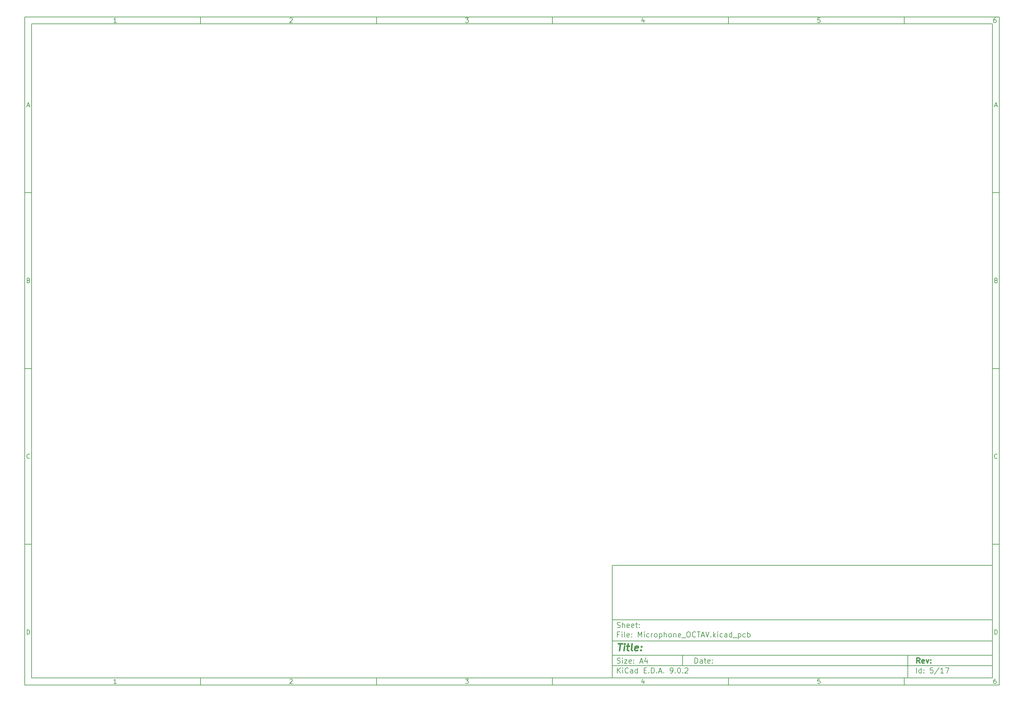
<source format=gbr>
%TF.GenerationSoftware,KiCad,Pcbnew,9.0.2*%
%TF.CreationDate,2025-08-29T05:40:04+02:00*%
%TF.ProjectId,Microphone_OCTAV,4d696372-6f70-4686-9f6e-655f4f435441,rev?*%
%TF.SameCoordinates,Original*%
%TF.FileFunction,Glue,Top*%
%TF.FilePolarity,Positive*%
%FSLAX46Y46*%
G04 Gerber Fmt 4.6, Leading zero omitted, Abs format (unit mm)*
G04 Created by KiCad (PCBNEW 9.0.2) date 2025-08-29 05:40:04*
%MOMM*%
%LPD*%
G01*
G04 APERTURE LIST*
%ADD10C,0.100000*%
%ADD11C,0.150000*%
%ADD12C,0.300000*%
%ADD13C,0.400000*%
G04 APERTURE END LIST*
D10*
D11*
X177002200Y-166007200D02*
X285002200Y-166007200D01*
X285002200Y-198007200D01*
X177002200Y-198007200D01*
X177002200Y-166007200D01*
D10*
D11*
X10000000Y-10000000D02*
X287002200Y-10000000D01*
X287002200Y-200007200D01*
X10000000Y-200007200D01*
X10000000Y-10000000D01*
D10*
D11*
X12000000Y-12000000D02*
X285002200Y-12000000D01*
X285002200Y-198007200D01*
X12000000Y-198007200D01*
X12000000Y-12000000D01*
D10*
D11*
X60000000Y-12000000D02*
X60000000Y-10000000D01*
D10*
D11*
X110000000Y-12000000D02*
X110000000Y-10000000D01*
D10*
D11*
X160000000Y-12000000D02*
X160000000Y-10000000D01*
D10*
D11*
X210000000Y-12000000D02*
X210000000Y-10000000D01*
D10*
D11*
X260000000Y-12000000D02*
X260000000Y-10000000D01*
D10*
D11*
X36089160Y-11593604D02*
X35346303Y-11593604D01*
X35717731Y-11593604D02*
X35717731Y-10293604D01*
X35717731Y-10293604D02*
X35593922Y-10479319D01*
X35593922Y-10479319D02*
X35470112Y-10603128D01*
X35470112Y-10603128D02*
X35346303Y-10665033D01*
D10*
D11*
X85346303Y-10417414D02*
X85408207Y-10355509D01*
X85408207Y-10355509D02*
X85532017Y-10293604D01*
X85532017Y-10293604D02*
X85841541Y-10293604D01*
X85841541Y-10293604D02*
X85965350Y-10355509D01*
X85965350Y-10355509D02*
X86027255Y-10417414D01*
X86027255Y-10417414D02*
X86089160Y-10541223D01*
X86089160Y-10541223D02*
X86089160Y-10665033D01*
X86089160Y-10665033D02*
X86027255Y-10850747D01*
X86027255Y-10850747D02*
X85284398Y-11593604D01*
X85284398Y-11593604D02*
X86089160Y-11593604D01*
D10*
D11*
X135284398Y-10293604D02*
X136089160Y-10293604D01*
X136089160Y-10293604D02*
X135655826Y-10788842D01*
X135655826Y-10788842D02*
X135841541Y-10788842D01*
X135841541Y-10788842D02*
X135965350Y-10850747D01*
X135965350Y-10850747D02*
X136027255Y-10912652D01*
X136027255Y-10912652D02*
X136089160Y-11036461D01*
X136089160Y-11036461D02*
X136089160Y-11345985D01*
X136089160Y-11345985D02*
X136027255Y-11469795D01*
X136027255Y-11469795D02*
X135965350Y-11531700D01*
X135965350Y-11531700D02*
X135841541Y-11593604D01*
X135841541Y-11593604D02*
X135470112Y-11593604D01*
X135470112Y-11593604D02*
X135346303Y-11531700D01*
X135346303Y-11531700D02*
X135284398Y-11469795D01*
D10*
D11*
X185965350Y-10726938D02*
X185965350Y-11593604D01*
X185655826Y-10231700D02*
X185346303Y-11160271D01*
X185346303Y-11160271D02*
X186151064Y-11160271D01*
D10*
D11*
X236027255Y-10293604D02*
X235408207Y-10293604D01*
X235408207Y-10293604D02*
X235346303Y-10912652D01*
X235346303Y-10912652D02*
X235408207Y-10850747D01*
X235408207Y-10850747D02*
X235532017Y-10788842D01*
X235532017Y-10788842D02*
X235841541Y-10788842D01*
X235841541Y-10788842D02*
X235965350Y-10850747D01*
X235965350Y-10850747D02*
X236027255Y-10912652D01*
X236027255Y-10912652D02*
X236089160Y-11036461D01*
X236089160Y-11036461D02*
X236089160Y-11345985D01*
X236089160Y-11345985D02*
X236027255Y-11469795D01*
X236027255Y-11469795D02*
X235965350Y-11531700D01*
X235965350Y-11531700D02*
X235841541Y-11593604D01*
X235841541Y-11593604D02*
X235532017Y-11593604D01*
X235532017Y-11593604D02*
X235408207Y-11531700D01*
X235408207Y-11531700D02*
X235346303Y-11469795D01*
D10*
D11*
X285965350Y-10293604D02*
X285717731Y-10293604D01*
X285717731Y-10293604D02*
X285593922Y-10355509D01*
X285593922Y-10355509D02*
X285532017Y-10417414D01*
X285532017Y-10417414D02*
X285408207Y-10603128D01*
X285408207Y-10603128D02*
X285346303Y-10850747D01*
X285346303Y-10850747D02*
X285346303Y-11345985D01*
X285346303Y-11345985D02*
X285408207Y-11469795D01*
X285408207Y-11469795D02*
X285470112Y-11531700D01*
X285470112Y-11531700D02*
X285593922Y-11593604D01*
X285593922Y-11593604D02*
X285841541Y-11593604D01*
X285841541Y-11593604D02*
X285965350Y-11531700D01*
X285965350Y-11531700D02*
X286027255Y-11469795D01*
X286027255Y-11469795D02*
X286089160Y-11345985D01*
X286089160Y-11345985D02*
X286089160Y-11036461D01*
X286089160Y-11036461D02*
X286027255Y-10912652D01*
X286027255Y-10912652D02*
X285965350Y-10850747D01*
X285965350Y-10850747D02*
X285841541Y-10788842D01*
X285841541Y-10788842D02*
X285593922Y-10788842D01*
X285593922Y-10788842D02*
X285470112Y-10850747D01*
X285470112Y-10850747D02*
X285408207Y-10912652D01*
X285408207Y-10912652D02*
X285346303Y-11036461D01*
D10*
D11*
X60000000Y-198007200D02*
X60000000Y-200007200D01*
D10*
D11*
X110000000Y-198007200D02*
X110000000Y-200007200D01*
D10*
D11*
X160000000Y-198007200D02*
X160000000Y-200007200D01*
D10*
D11*
X210000000Y-198007200D02*
X210000000Y-200007200D01*
D10*
D11*
X260000000Y-198007200D02*
X260000000Y-200007200D01*
D10*
D11*
X36089160Y-199600804D02*
X35346303Y-199600804D01*
X35717731Y-199600804D02*
X35717731Y-198300804D01*
X35717731Y-198300804D02*
X35593922Y-198486519D01*
X35593922Y-198486519D02*
X35470112Y-198610328D01*
X35470112Y-198610328D02*
X35346303Y-198672233D01*
D10*
D11*
X85346303Y-198424614D02*
X85408207Y-198362709D01*
X85408207Y-198362709D02*
X85532017Y-198300804D01*
X85532017Y-198300804D02*
X85841541Y-198300804D01*
X85841541Y-198300804D02*
X85965350Y-198362709D01*
X85965350Y-198362709D02*
X86027255Y-198424614D01*
X86027255Y-198424614D02*
X86089160Y-198548423D01*
X86089160Y-198548423D02*
X86089160Y-198672233D01*
X86089160Y-198672233D02*
X86027255Y-198857947D01*
X86027255Y-198857947D02*
X85284398Y-199600804D01*
X85284398Y-199600804D02*
X86089160Y-199600804D01*
D10*
D11*
X135284398Y-198300804D02*
X136089160Y-198300804D01*
X136089160Y-198300804D02*
X135655826Y-198796042D01*
X135655826Y-198796042D02*
X135841541Y-198796042D01*
X135841541Y-198796042D02*
X135965350Y-198857947D01*
X135965350Y-198857947D02*
X136027255Y-198919852D01*
X136027255Y-198919852D02*
X136089160Y-199043661D01*
X136089160Y-199043661D02*
X136089160Y-199353185D01*
X136089160Y-199353185D02*
X136027255Y-199476995D01*
X136027255Y-199476995D02*
X135965350Y-199538900D01*
X135965350Y-199538900D02*
X135841541Y-199600804D01*
X135841541Y-199600804D02*
X135470112Y-199600804D01*
X135470112Y-199600804D02*
X135346303Y-199538900D01*
X135346303Y-199538900D02*
X135284398Y-199476995D01*
D10*
D11*
X185965350Y-198734138D02*
X185965350Y-199600804D01*
X185655826Y-198238900D02*
X185346303Y-199167471D01*
X185346303Y-199167471D02*
X186151064Y-199167471D01*
D10*
D11*
X236027255Y-198300804D02*
X235408207Y-198300804D01*
X235408207Y-198300804D02*
X235346303Y-198919852D01*
X235346303Y-198919852D02*
X235408207Y-198857947D01*
X235408207Y-198857947D02*
X235532017Y-198796042D01*
X235532017Y-198796042D02*
X235841541Y-198796042D01*
X235841541Y-198796042D02*
X235965350Y-198857947D01*
X235965350Y-198857947D02*
X236027255Y-198919852D01*
X236027255Y-198919852D02*
X236089160Y-199043661D01*
X236089160Y-199043661D02*
X236089160Y-199353185D01*
X236089160Y-199353185D02*
X236027255Y-199476995D01*
X236027255Y-199476995D02*
X235965350Y-199538900D01*
X235965350Y-199538900D02*
X235841541Y-199600804D01*
X235841541Y-199600804D02*
X235532017Y-199600804D01*
X235532017Y-199600804D02*
X235408207Y-199538900D01*
X235408207Y-199538900D02*
X235346303Y-199476995D01*
D10*
D11*
X285965350Y-198300804D02*
X285717731Y-198300804D01*
X285717731Y-198300804D02*
X285593922Y-198362709D01*
X285593922Y-198362709D02*
X285532017Y-198424614D01*
X285532017Y-198424614D02*
X285408207Y-198610328D01*
X285408207Y-198610328D02*
X285346303Y-198857947D01*
X285346303Y-198857947D02*
X285346303Y-199353185D01*
X285346303Y-199353185D02*
X285408207Y-199476995D01*
X285408207Y-199476995D02*
X285470112Y-199538900D01*
X285470112Y-199538900D02*
X285593922Y-199600804D01*
X285593922Y-199600804D02*
X285841541Y-199600804D01*
X285841541Y-199600804D02*
X285965350Y-199538900D01*
X285965350Y-199538900D02*
X286027255Y-199476995D01*
X286027255Y-199476995D02*
X286089160Y-199353185D01*
X286089160Y-199353185D02*
X286089160Y-199043661D01*
X286089160Y-199043661D02*
X286027255Y-198919852D01*
X286027255Y-198919852D02*
X285965350Y-198857947D01*
X285965350Y-198857947D02*
X285841541Y-198796042D01*
X285841541Y-198796042D02*
X285593922Y-198796042D01*
X285593922Y-198796042D02*
X285470112Y-198857947D01*
X285470112Y-198857947D02*
X285408207Y-198919852D01*
X285408207Y-198919852D02*
X285346303Y-199043661D01*
D10*
D11*
X10000000Y-60000000D02*
X12000000Y-60000000D01*
D10*
D11*
X10000000Y-110000000D02*
X12000000Y-110000000D01*
D10*
D11*
X10000000Y-160000000D02*
X12000000Y-160000000D01*
D10*
D11*
X10690476Y-35222176D02*
X11309523Y-35222176D01*
X10566666Y-35593604D02*
X10999999Y-34293604D01*
X10999999Y-34293604D02*
X11433333Y-35593604D01*
D10*
D11*
X11092857Y-84912652D02*
X11278571Y-84974557D01*
X11278571Y-84974557D02*
X11340476Y-85036461D01*
X11340476Y-85036461D02*
X11402380Y-85160271D01*
X11402380Y-85160271D02*
X11402380Y-85345985D01*
X11402380Y-85345985D02*
X11340476Y-85469795D01*
X11340476Y-85469795D02*
X11278571Y-85531700D01*
X11278571Y-85531700D02*
X11154761Y-85593604D01*
X11154761Y-85593604D02*
X10659523Y-85593604D01*
X10659523Y-85593604D02*
X10659523Y-84293604D01*
X10659523Y-84293604D02*
X11092857Y-84293604D01*
X11092857Y-84293604D02*
X11216666Y-84355509D01*
X11216666Y-84355509D02*
X11278571Y-84417414D01*
X11278571Y-84417414D02*
X11340476Y-84541223D01*
X11340476Y-84541223D02*
X11340476Y-84665033D01*
X11340476Y-84665033D02*
X11278571Y-84788842D01*
X11278571Y-84788842D02*
X11216666Y-84850747D01*
X11216666Y-84850747D02*
X11092857Y-84912652D01*
X11092857Y-84912652D02*
X10659523Y-84912652D01*
D10*
D11*
X11402380Y-135469795D02*
X11340476Y-135531700D01*
X11340476Y-135531700D02*
X11154761Y-135593604D01*
X11154761Y-135593604D02*
X11030952Y-135593604D01*
X11030952Y-135593604D02*
X10845238Y-135531700D01*
X10845238Y-135531700D02*
X10721428Y-135407890D01*
X10721428Y-135407890D02*
X10659523Y-135284080D01*
X10659523Y-135284080D02*
X10597619Y-135036461D01*
X10597619Y-135036461D02*
X10597619Y-134850747D01*
X10597619Y-134850747D02*
X10659523Y-134603128D01*
X10659523Y-134603128D02*
X10721428Y-134479319D01*
X10721428Y-134479319D02*
X10845238Y-134355509D01*
X10845238Y-134355509D02*
X11030952Y-134293604D01*
X11030952Y-134293604D02*
X11154761Y-134293604D01*
X11154761Y-134293604D02*
X11340476Y-134355509D01*
X11340476Y-134355509D02*
X11402380Y-134417414D01*
D10*
D11*
X10659523Y-185593604D02*
X10659523Y-184293604D01*
X10659523Y-184293604D02*
X10969047Y-184293604D01*
X10969047Y-184293604D02*
X11154761Y-184355509D01*
X11154761Y-184355509D02*
X11278571Y-184479319D01*
X11278571Y-184479319D02*
X11340476Y-184603128D01*
X11340476Y-184603128D02*
X11402380Y-184850747D01*
X11402380Y-184850747D02*
X11402380Y-185036461D01*
X11402380Y-185036461D02*
X11340476Y-185284080D01*
X11340476Y-185284080D02*
X11278571Y-185407890D01*
X11278571Y-185407890D02*
X11154761Y-185531700D01*
X11154761Y-185531700D02*
X10969047Y-185593604D01*
X10969047Y-185593604D02*
X10659523Y-185593604D01*
D10*
D11*
X287002200Y-60000000D02*
X285002200Y-60000000D01*
D10*
D11*
X287002200Y-110000000D02*
X285002200Y-110000000D01*
D10*
D11*
X287002200Y-160000000D02*
X285002200Y-160000000D01*
D10*
D11*
X285692676Y-35222176D02*
X286311723Y-35222176D01*
X285568866Y-35593604D02*
X286002199Y-34293604D01*
X286002199Y-34293604D02*
X286435533Y-35593604D01*
D10*
D11*
X286095057Y-84912652D02*
X286280771Y-84974557D01*
X286280771Y-84974557D02*
X286342676Y-85036461D01*
X286342676Y-85036461D02*
X286404580Y-85160271D01*
X286404580Y-85160271D02*
X286404580Y-85345985D01*
X286404580Y-85345985D02*
X286342676Y-85469795D01*
X286342676Y-85469795D02*
X286280771Y-85531700D01*
X286280771Y-85531700D02*
X286156961Y-85593604D01*
X286156961Y-85593604D02*
X285661723Y-85593604D01*
X285661723Y-85593604D02*
X285661723Y-84293604D01*
X285661723Y-84293604D02*
X286095057Y-84293604D01*
X286095057Y-84293604D02*
X286218866Y-84355509D01*
X286218866Y-84355509D02*
X286280771Y-84417414D01*
X286280771Y-84417414D02*
X286342676Y-84541223D01*
X286342676Y-84541223D02*
X286342676Y-84665033D01*
X286342676Y-84665033D02*
X286280771Y-84788842D01*
X286280771Y-84788842D02*
X286218866Y-84850747D01*
X286218866Y-84850747D02*
X286095057Y-84912652D01*
X286095057Y-84912652D02*
X285661723Y-84912652D01*
D10*
D11*
X286404580Y-135469795D02*
X286342676Y-135531700D01*
X286342676Y-135531700D02*
X286156961Y-135593604D01*
X286156961Y-135593604D02*
X286033152Y-135593604D01*
X286033152Y-135593604D02*
X285847438Y-135531700D01*
X285847438Y-135531700D02*
X285723628Y-135407890D01*
X285723628Y-135407890D02*
X285661723Y-135284080D01*
X285661723Y-135284080D02*
X285599819Y-135036461D01*
X285599819Y-135036461D02*
X285599819Y-134850747D01*
X285599819Y-134850747D02*
X285661723Y-134603128D01*
X285661723Y-134603128D02*
X285723628Y-134479319D01*
X285723628Y-134479319D02*
X285847438Y-134355509D01*
X285847438Y-134355509D02*
X286033152Y-134293604D01*
X286033152Y-134293604D02*
X286156961Y-134293604D01*
X286156961Y-134293604D02*
X286342676Y-134355509D01*
X286342676Y-134355509D02*
X286404580Y-134417414D01*
D10*
D11*
X285661723Y-185593604D02*
X285661723Y-184293604D01*
X285661723Y-184293604D02*
X285971247Y-184293604D01*
X285971247Y-184293604D02*
X286156961Y-184355509D01*
X286156961Y-184355509D02*
X286280771Y-184479319D01*
X286280771Y-184479319D02*
X286342676Y-184603128D01*
X286342676Y-184603128D02*
X286404580Y-184850747D01*
X286404580Y-184850747D02*
X286404580Y-185036461D01*
X286404580Y-185036461D02*
X286342676Y-185284080D01*
X286342676Y-185284080D02*
X286280771Y-185407890D01*
X286280771Y-185407890D02*
X286156961Y-185531700D01*
X286156961Y-185531700D02*
X285971247Y-185593604D01*
X285971247Y-185593604D02*
X285661723Y-185593604D01*
D10*
D11*
X200458026Y-193793328D02*
X200458026Y-192293328D01*
X200458026Y-192293328D02*
X200815169Y-192293328D01*
X200815169Y-192293328D02*
X201029455Y-192364757D01*
X201029455Y-192364757D02*
X201172312Y-192507614D01*
X201172312Y-192507614D02*
X201243741Y-192650471D01*
X201243741Y-192650471D02*
X201315169Y-192936185D01*
X201315169Y-192936185D02*
X201315169Y-193150471D01*
X201315169Y-193150471D02*
X201243741Y-193436185D01*
X201243741Y-193436185D02*
X201172312Y-193579042D01*
X201172312Y-193579042D02*
X201029455Y-193721900D01*
X201029455Y-193721900D02*
X200815169Y-193793328D01*
X200815169Y-193793328D02*
X200458026Y-193793328D01*
X202600884Y-193793328D02*
X202600884Y-193007614D01*
X202600884Y-193007614D02*
X202529455Y-192864757D01*
X202529455Y-192864757D02*
X202386598Y-192793328D01*
X202386598Y-192793328D02*
X202100884Y-192793328D01*
X202100884Y-192793328D02*
X201958026Y-192864757D01*
X202600884Y-193721900D02*
X202458026Y-193793328D01*
X202458026Y-193793328D02*
X202100884Y-193793328D01*
X202100884Y-193793328D02*
X201958026Y-193721900D01*
X201958026Y-193721900D02*
X201886598Y-193579042D01*
X201886598Y-193579042D02*
X201886598Y-193436185D01*
X201886598Y-193436185D02*
X201958026Y-193293328D01*
X201958026Y-193293328D02*
X202100884Y-193221900D01*
X202100884Y-193221900D02*
X202458026Y-193221900D01*
X202458026Y-193221900D02*
X202600884Y-193150471D01*
X203100884Y-192793328D02*
X203672312Y-192793328D01*
X203315169Y-192293328D02*
X203315169Y-193579042D01*
X203315169Y-193579042D02*
X203386598Y-193721900D01*
X203386598Y-193721900D02*
X203529455Y-193793328D01*
X203529455Y-193793328D02*
X203672312Y-193793328D01*
X204743741Y-193721900D02*
X204600884Y-193793328D01*
X204600884Y-193793328D02*
X204315170Y-193793328D01*
X204315170Y-193793328D02*
X204172312Y-193721900D01*
X204172312Y-193721900D02*
X204100884Y-193579042D01*
X204100884Y-193579042D02*
X204100884Y-193007614D01*
X204100884Y-193007614D02*
X204172312Y-192864757D01*
X204172312Y-192864757D02*
X204315170Y-192793328D01*
X204315170Y-192793328D02*
X204600884Y-192793328D01*
X204600884Y-192793328D02*
X204743741Y-192864757D01*
X204743741Y-192864757D02*
X204815170Y-193007614D01*
X204815170Y-193007614D02*
X204815170Y-193150471D01*
X204815170Y-193150471D02*
X204100884Y-193293328D01*
X205458026Y-193650471D02*
X205529455Y-193721900D01*
X205529455Y-193721900D02*
X205458026Y-193793328D01*
X205458026Y-193793328D02*
X205386598Y-193721900D01*
X205386598Y-193721900D02*
X205458026Y-193650471D01*
X205458026Y-193650471D02*
X205458026Y-193793328D01*
X205458026Y-192864757D02*
X205529455Y-192936185D01*
X205529455Y-192936185D02*
X205458026Y-193007614D01*
X205458026Y-193007614D02*
X205386598Y-192936185D01*
X205386598Y-192936185D02*
X205458026Y-192864757D01*
X205458026Y-192864757D02*
X205458026Y-193007614D01*
D10*
D11*
X177002200Y-194507200D02*
X285002200Y-194507200D01*
D10*
D11*
X178458026Y-196593328D02*
X178458026Y-195093328D01*
X179315169Y-196593328D02*
X178672312Y-195736185D01*
X179315169Y-195093328D02*
X178458026Y-195950471D01*
X179958026Y-196593328D02*
X179958026Y-195593328D01*
X179958026Y-195093328D02*
X179886598Y-195164757D01*
X179886598Y-195164757D02*
X179958026Y-195236185D01*
X179958026Y-195236185D02*
X180029455Y-195164757D01*
X180029455Y-195164757D02*
X179958026Y-195093328D01*
X179958026Y-195093328D02*
X179958026Y-195236185D01*
X181529455Y-196450471D02*
X181458027Y-196521900D01*
X181458027Y-196521900D02*
X181243741Y-196593328D01*
X181243741Y-196593328D02*
X181100884Y-196593328D01*
X181100884Y-196593328D02*
X180886598Y-196521900D01*
X180886598Y-196521900D02*
X180743741Y-196379042D01*
X180743741Y-196379042D02*
X180672312Y-196236185D01*
X180672312Y-196236185D02*
X180600884Y-195950471D01*
X180600884Y-195950471D02*
X180600884Y-195736185D01*
X180600884Y-195736185D02*
X180672312Y-195450471D01*
X180672312Y-195450471D02*
X180743741Y-195307614D01*
X180743741Y-195307614D02*
X180886598Y-195164757D01*
X180886598Y-195164757D02*
X181100884Y-195093328D01*
X181100884Y-195093328D02*
X181243741Y-195093328D01*
X181243741Y-195093328D02*
X181458027Y-195164757D01*
X181458027Y-195164757D02*
X181529455Y-195236185D01*
X182815170Y-196593328D02*
X182815170Y-195807614D01*
X182815170Y-195807614D02*
X182743741Y-195664757D01*
X182743741Y-195664757D02*
X182600884Y-195593328D01*
X182600884Y-195593328D02*
X182315170Y-195593328D01*
X182315170Y-195593328D02*
X182172312Y-195664757D01*
X182815170Y-196521900D02*
X182672312Y-196593328D01*
X182672312Y-196593328D02*
X182315170Y-196593328D01*
X182315170Y-196593328D02*
X182172312Y-196521900D01*
X182172312Y-196521900D02*
X182100884Y-196379042D01*
X182100884Y-196379042D02*
X182100884Y-196236185D01*
X182100884Y-196236185D02*
X182172312Y-196093328D01*
X182172312Y-196093328D02*
X182315170Y-196021900D01*
X182315170Y-196021900D02*
X182672312Y-196021900D01*
X182672312Y-196021900D02*
X182815170Y-195950471D01*
X184172313Y-196593328D02*
X184172313Y-195093328D01*
X184172313Y-196521900D02*
X184029455Y-196593328D01*
X184029455Y-196593328D02*
X183743741Y-196593328D01*
X183743741Y-196593328D02*
X183600884Y-196521900D01*
X183600884Y-196521900D02*
X183529455Y-196450471D01*
X183529455Y-196450471D02*
X183458027Y-196307614D01*
X183458027Y-196307614D02*
X183458027Y-195879042D01*
X183458027Y-195879042D02*
X183529455Y-195736185D01*
X183529455Y-195736185D02*
X183600884Y-195664757D01*
X183600884Y-195664757D02*
X183743741Y-195593328D01*
X183743741Y-195593328D02*
X184029455Y-195593328D01*
X184029455Y-195593328D02*
X184172313Y-195664757D01*
X186029455Y-195807614D02*
X186529455Y-195807614D01*
X186743741Y-196593328D02*
X186029455Y-196593328D01*
X186029455Y-196593328D02*
X186029455Y-195093328D01*
X186029455Y-195093328D02*
X186743741Y-195093328D01*
X187386598Y-196450471D02*
X187458027Y-196521900D01*
X187458027Y-196521900D02*
X187386598Y-196593328D01*
X187386598Y-196593328D02*
X187315170Y-196521900D01*
X187315170Y-196521900D02*
X187386598Y-196450471D01*
X187386598Y-196450471D02*
X187386598Y-196593328D01*
X188100884Y-196593328D02*
X188100884Y-195093328D01*
X188100884Y-195093328D02*
X188458027Y-195093328D01*
X188458027Y-195093328D02*
X188672313Y-195164757D01*
X188672313Y-195164757D02*
X188815170Y-195307614D01*
X188815170Y-195307614D02*
X188886599Y-195450471D01*
X188886599Y-195450471D02*
X188958027Y-195736185D01*
X188958027Y-195736185D02*
X188958027Y-195950471D01*
X188958027Y-195950471D02*
X188886599Y-196236185D01*
X188886599Y-196236185D02*
X188815170Y-196379042D01*
X188815170Y-196379042D02*
X188672313Y-196521900D01*
X188672313Y-196521900D02*
X188458027Y-196593328D01*
X188458027Y-196593328D02*
X188100884Y-196593328D01*
X189600884Y-196450471D02*
X189672313Y-196521900D01*
X189672313Y-196521900D02*
X189600884Y-196593328D01*
X189600884Y-196593328D02*
X189529456Y-196521900D01*
X189529456Y-196521900D02*
X189600884Y-196450471D01*
X189600884Y-196450471D02*
X189600884Y-196593328D01*
X190243742Y-196164757D02*
X190958028Y-196164757D01*
X190100885Y-196593328D02*
X190600885Y-195093328D01*
X190600885Y-195093328D02*
X191100885Y-196593328D01*
X191600884Y-196450471D02*
X191672313Y-196521900D01*
X191672313Y-196521900D02*
X191600884Y-196593328D01*
X191600884Y-196593328D02*
X191529456Y-196521900D01*
X191529456Y-196521900D02*
X191600884Y-196450471D01*
X191600884Y-196450471D02*
X191600884Y-196593328D01*
X193529456Y-196593328D02*
X193815170Y-196593328D01*
X193815170Y-196593328D02*
X193958027Y-196521900D01*
X193958027Y-196521900D02*
X194029456Y-196450471D01*
X194029456Y-196450471D02*
X194172313Y-196236185D01*
X194172313Y-196236185D02*
X194243742Y-195950471D01*
X194243742Y-195950471D02*
X194243742Y-195379042D01*
X194243742Y-195379042D02*
X194172313Y-195236185D01*
X194172313Y-195236185D02*
X194100885Y-195164757D01*
X194100885Y-195164757D02*
X193958027Y-195093328D01*
X193958027Y-195093328D02*
X193672313Y-195093328D01*
X193672313Y-195093328D02*
X193529456Y-195164757D01*
X193529456Y-195164757D02*
X193458027Y-195236185D01*
X193458027Y-195236185D02*
X193386599Y-195379042D01*
X193386599Y-195379042D02*
X193386599Y-195736185D01*
X193386599Y-195736185D02*
X193458027Y-195879042D01*
X193458027Y-195879042D02*
X193529456Y-195950471D01*
X193529456Y-195950471D02*
X193672313Y-196021900D01*
X193672313Y-196021900D02*
X193958027Y-196021900D01*
X193958027Y-196021900D02*
X194100885Y-195950471D01*
X194100885Y-195950471D02*
X194172313Y-195879042D01*
X194172313Y-195879042D02*
X194243742Y-195736185D01*
X194886598Y-196450471D02*
X194958027Y-196521900D01*
X194958027Y-196521900D02*
X194886598Y-196593328D01*
X194886598Y-196593328D02*
X194815170Y-196521900D01*
X194815170Y-196521900D02*
X194886598Y-196450471D01*
X194886598Y-196450471D02*
X194886598Y-196593328D01*
X195886599Y-195093328D02*
X196029456Y-195093328D01*
X196029456Y-195093328D02*
X196172313Y-195164757D01*
X196172313Y-195164757D02*
X196243742Y-195236185D01*
X196243742Y-195236185D02*
X196315170Y-195379042D01*
X196315170Y-195379042D02*
X196386599Y-195664757D01*
X196386599Y-195664757D02*
X196386599Y-196021900D01*
X196386599Y-196021900D02*
X196315170Y-196307614D01*
X196315170Y-196307614D02*
X196243742Y-196450471D01*
X196243742Y-196450471D02*
X196172313Y-196521900D01*
X196172313Y-196521900D02*
X196029456Y-196593328D01*
X196029456Y-196593328D02*
X195886599Y-196593328D01*
X195886599Y-196593328D02*
X195743742Y-196521900D01*
X195743742Y-196521900D02*
X195672313Y-196450471D01*
X195672313Y-196450471D02*
X195600884Y-196307614D01*
X195600884Y-196307614D02*
X195529456Y-196021900D01*
X195529456Y-196021900D02*
X195529456Y-195664757D01*
X195529456Y-195664757D02*
X195600884Y-195379042D01*
X195600884Y-195379042D02*
X195672313Y-195236185D01*
X195672313Y-195236185D02*
X195743742Y-195164757D01*
X195743742Y-195164757D02*
X195886599Y-195093328D01*
X197029455Y-196450471D02*
X197100884Y-196521900D01*
X197100884Y-196521900D02*
X197029455Y-196593328D01*
X197029455Y-196593328D02*
X196958027Y-196521900D01*
X196958027Y-196521900D02*
X197029455Y-196450471D01*
X197029455Y-196450471D02*
X197029455Y-196593328D01*
X197672313Y-195236185D02*
X197743741Y-195164757D01*
X197743741Y-195164757D02*
X197886599Y-195093328D01*
X197886599Y-195093328D02*
X198243741Y-195093328D01*
X198243741Y-195093328D02*
X198386599Y-195164757D01*
X198386599Y-195164757D02*
X198458027Y-195236185D01*
X198458027Y-195236185D02*
X198529456Y-195379042D01*
X198529456Y-195379042D02*
X198529456Y-195521900D01*
X198529456Y-195521900D02*
X198458027Y-195736185D01*
X198458027Y-195736185D02*
X197600884Y-196593328D01*
X197600884Y-196593328D02*
X198529456Y-196593328D01*
D10*
D11*
X177002200Y-191507200D02*
X285002200Y-191507200D01*
D10*
D12*
X264413853Y-193785528D02*
X263913853Y-193071242D01*
X263556710Y-193785528D02*
X263556710Y-192285528D01*
X263556710Y-192285528D02*
X264128139Y-192285528D01*
X264128139Y-192285528D02*
X264270996Y-192356957D01*
X264270996Y-192356957D02*
X264342425Y-192428385D01*
X264342425Y-192428385D02*
X264413853Y-192571242D01*
X264413853Y-192571242D02*
X264413853Y-192785528D01*
X264413853Y-192785528D02*
X264342425Y-192928385D01*
X264342425Y-192928385D02*
X264270996Y-192999814D01*
X264270996Y-192999814D02*
X264128139Y-193071242D01*
X264128139Y-193071242D02*
X263556710Y-193071242D01*
X265628139Y-193714100D02*
X265485282Y-193785528D01*
X265485282Y-193785528D02*
X265199568Y-193785528D01*
X265199568Y-193785528D02*
X265056710Y-193714100D01*
X265056710Y-193714100D02*
X264985282Y-193571242D01*
X264985282Y-193571242D02*
X264985282Y-192999814D01*
X264985282Y-192999814D02*
X265056710Y-192856957D01*
X265056710Y-192856957D02*
X265199568Y-192785528D01*
X265199568Y-192785528D02*
X265485282Y-192785528D01*
X265485282Y-192785528D02*
X265628139Y-192856957D01*
X265628139Y-192856957D02*
X265699568Y-192999814D01*
X265699568Y-192999814D02*
X265699568Y-193142671D01*
X265699568Y-193142671D02*
X264985282Y-193285528D01*
X266199567Y-192785528D02*
X266556710Y-193785528D01*
X266556710Y-193785528D02*
X266913853Y-192785528D01*
X267485281Y-193642671D02*
X267556710Y-193714100D01*
X267556710Y-193714100D02*
X267485281Y-193785528D01*
X267485281Y-193785528D02*
X267413853Y-193714100D01*
X267413853Y-193714100D02*
X267485281Y-193642671D01*
X267485281Y-193642671D02*
X267485281Y-193785528D01*
X267485281Y-192856957D02*
X267556710Y-192928385D01*
X267556710Y-192928385D02*
X267485281Y-192999814D01*
X267485281Y-192999814D02*
X267413853Y-192928385D01*
X267413853Y-192928385D02*
X267485281Y-192856957D01*
X267485281Y-192856957D02*
X267485281Y-192999814D01*
D10*
D11*
X178386598Y-193721900D02*
X178600884Y-193793328D01*
X178600884Y-193793328D02*
X178958026Y-193793328D01*
X178958026Y-193793328D02*
X179100884Y-193721900D01*
X179100884Y-193721900D02*
X179172312Y-193650471D01*
X179172312Y-193650471D02*
X179243741Y-193507614D01*
X179243741Y-193507614D02*
X179243741Y-193364757D01*
X179243741Y-193364757D02*
X179172312Y-193221900D01*
X179172312Y-193221900D02*
X179100884Y-193150471D01*
X179100884Y-193150471D02*
X178958026Y-193079042D01*
X178958026Y-193079042D02*
X178672312Y-193007614D01*
X178672312Y-193007614D02*
X178529455Y-192936185D01*
X178529455Y-192936185D02*
X178458026Y-192864757D01*
X178458026Y-192864757D02*
X178386598Y-192721900D01*
X178386598Y-192721900D02*
X178386598Y-192579042D01*
X178386598Y-192579042D02*
X178458026Y-192436185D01*
X178458026Y-192436185D02*
X178529455Y-192364757D01*
X178529455Y-192364757D02*
X178672312Y-192293328D01*
X178672312Y-192293328D02*
X179029455Y-192293328D01*
X179029455Y-192293328D02*
X179243741Y-192364757D01*
X179886597Y-193793328D02*
X179886597Y-192793328D01*
X179886597Y-192293328D02*
X179815169Y-192364757D01*
X179815169Y-192364757D02*
X179886597Y-192436185D01*
X179886597Y-192436185D02*
X179958026Y-192364757D01*
X179958026Y-192364757D02*
X179886597Y-192293328D01*
X179886597Y-192293328D02*
X179886597Y-192436185D01*
X180458026Y-192793328D02*
X181243741Y-192793328D01*
X181243741Y-192793328D02*
X180458026Y-193793328D01*
X180458026Y-193793328D02*
X181243741Y-193793328D01*
X182386598Y-193721900D02*
X182243741Y-193793328D01*
X182243741Y-193793328D02*
X181958027Y-193793328D01*
X181958027Y-193793328D02*
X181815169Y-193721900D01*
X181815169Y-193721900D02*
X181743741Y-193579042D01*
X181743741Y-193579042D02*
X181743741Y-193007614D01*
X181743741Y-193007614D02*
X181815169Y-192864757D01*
X181815169Y-192864757D02*
X181958027Y-192793328D01*
X181958027Y-192793328D02*
X182243741Y-192793328D01*
X182243741Y-192793328D02*
X182386598Y-192864757D01*
X182386598Y-192864757D02*
X182458027Y-193007614D01*
X182458027Y-193007614D02*
X182458027Y-193150471D01*
X182458027Y-193150471D02*
X181743741Y-193293328D01*
X183100883Y-193650471D02*
X183172312Y-193721900D01*
X183172312Y-193721900D02*
X183100883Y-193793328D01*
X183100883Y-193793328D02*
X183029455Y-193721900D01*
X183029455Y-193721900D02*
X183100883Y-193650471D01*
X183100883Y-193650471D02*
X183100883Y-193793328D01*
X183100883Y-192864757D02*
X183172312Y-192936185D01*
X183172312Y-192936185D02*
X183100883Y-193007614D01*
X183100883Y-193007614D02*
X183029455Y-192936185D01*
X183029455Y-192936185D02*
X183100883Y-192864757D01*
X183100883Y-192864757D02*
X183100883Y-193007614D01*
X184886598Y-193364757D02*
X185600884Y-193364757D01*
X184743741Y-193793328D02*
X185243741Y-192293328D01*
X185243741Y-192293328D02*
X185743741Y-193793328D01*
X186886598Y-192793328D02*
X186886598Y-193793328D01*
X186529455Y-192221900D02*
X186172312Y-193293328D01*
X186172312Y-193293328D02*
X187100883Y-193293328D01*
D10*
D11*
X263458026Y-196593328D02*
X263458026Y-195093328D01*
X264815170Y-196593328D02*
X264815170Y-195093328D01*
X264815170Y-196521900D02*
X264672312Y-196593328D01*
X264672312Y-196593328D02*
X264386598Y-196593328D01*
X264386598Y-196593328D02*
X264243741Y-196521900D01*
X264243741Y-196521900D02*
X264172312Y-196450471D01*
X264172312Y-196450471D02*
X264100884Y-196307614D01*
X264100884Y-196307614D02*
X264100884Y-195879042D01*
X264100884Y-195879042D02*
X264172312Y-195736185D01*
X264172312Y-195736185D02*
X264243741Y-195664757D01*
X264243741Y-195664757D02*
X264386598Y-195593328D01*
X264386598Y-195593328D02*
X264672312Y-195593328D01*
X264672312Y-195593328D02*
X264815170Y-195664757D01*
X265529455Y-196450471D02*
X265600884Y-196521900D01*
X265600884Y-196521900D02*
X265529455Y-196593328D01*
X265529455Y-196593328D02*
X265458027Y-196521900D01*
X265458027Y-196521900D02*
X265529455Y-196450471D01*
X265529455Y-196450471D02*
X265529455Y-196593328D01*
X265529455Y-195664757D02*
X265600884Y-195736185D01*
X265600884Y-195736185D02*
X265529455Y-195807614D01*
X265529455Y-195807614D02*
X265458027Y-195736185D01*
X265458027Y-195736185D02*
X265529455Y-195664757D01*
X265529455Y-195664757D02*
X265529455Y-195807614D01*
X268100884Y-195093328D02*
X267386598Y-195093328D01*
X267386598Y-195093328D02*
X267315170Y-195807614D01*
X267315170Y-195807614D02*
X267386598Y-195736185D01*
X267386598Y-195736185D02*
X267529456Y-195664757D01*
X267529456Y-195664757D02*
X267886598Y-195664757D01*
X267886598Y-195664757D02*
X268029456Y-195736185D01*
X268029456Y-195736185D02*
X268100884Y-195807614D01*
X268100884Y-195807614D02*
X268172313Y-195950471D01*
X268172313Y-195950471D02*
X268172313Y-196307614D01*
X268172313Y-196307614D02*
X268100884Y-196450471D01*
X268100884Y-196450471D02*
X268029456Y-196521900D01*
X268029456Y-196521900D02*
X267886598Y-196593328D01*
X267886598Y-196593328D02*
X267529456Y-196593328D01*
X267529456Y-196593328D02*
X267386598Y-196521900D01*
X267386598Y-196521900D02*
X267315170Y-196450471D01*
X269886598Y-195021900D02*
X268600884Y-196950471D01*
X271172313Y-196593328D02*
X270315170Y-196593328D01*
X270743741Y-196593328D02*
X270743741Y-195093328D01*
X270743741Y-195093328D02*
X270600884Y-195307614D01*
X270600884Y-195307614D02*
X270458027Y-195450471D01*
X270458027Y-195450471D02*
X270315170Y-195521900D01*
X271672312Y-195093328D02*
X272672312Y-195093328D01*
X272672312Y-195093328D02*
X272029455Y-196593328D01*
D10*
D11*
X177002200Y-187507200D02*
X285002200Y-187507200D01*
D10*
D13*
X178693928Y-188211638D02*
X179836785Y-188211638D01*
X179015357Y-190211638D02*
X179265357Y-188211638D01*
X180253452Y-190211638D02*
X180420119Y-188878304D01*
X180503452Y-188211638D02*
X180396309Y-188306876D01*
X180396309Y-188306876D02*
X180479643Y-188402114D01*
X180479643Y-188402114D02*
X180586786Y-188306876D01*
X180586786Y-188306876D02*
X180503452Y-188211638D01*
X180503452Y-188211638D02*
X180479643Y-188402114D01*
X181086786Y-188878304D02*
X181848690Y-188878304D01*
X181455833Y-188211638D02*
X181241548Y-189925923D01*
X181241548Y-189925923D02*
X181312976Y-190116400D01*
X181312976Y-190116400D02*
X181491548Y-190211638D01*
X181491548Y-190211638D02*
X181682024Y-190211638D01*
X182634405Y-190211638D02*
X182455833Y-190116400D01*
X182455833Y-190116400D02*
X182384405Y-189925923D01*
X182384405Y-189925923D02*
X182598690Y-188211638D01*
X184170119Y-190116400D02*
X183967738Y-190211638D01*
X183967738Y-190211638D02*
X183586785Y-190211638D01*
X183586785Y-190211638D02*
X183408214Y-190116400D01*
X183408214Y-190116400D02*
X183336785Y-189925923D01*
X183336785Y-189925923D02*
X183432024Y-189164019D01*
X183432024Y-189164019D02*
X183551071Y-188973542D01*
X183551071Y-188973542D02*
X183753452Y-188878304D01*
X183753452Y-188878304D02*
X184134404Y-188878304D01*
X184134404Y-188878304D02*
X184312976Y-188973542D01*
X184312976Y-188973542D02*
X184384404Y-189164019D01*
X184384404Y-189164019D02*
X184360595Y-189354495D01*
X184360595Y-189354495D02*
X183384404Y-189544971D01*
X185134405Y-190021161D02*
X185217738Y-190116400D01*
X185217738Y-190116400D02*
X185110595Y-190211638D01*
X185110595Y-190211638D02*
X185027262Y-190116400D01*
X185027262Y-190116400D02*
X185134405Y-190021161D01*
X185134405Y-190021161D02*
X185110595Y-190211638D01*
X185265357Y-188973542D02*
X185348690Y-189068780D01*
X185348690Y-189068780D02*
X185241548Y-189164019D01*
X185241548Y-189164019D02*
X185158214Y-189068780D01*
X185158214Y-189068780D02*
X185265357Y-188973542D01*
X185265357Y-188973542D02*
X185241548Y-189164019D01*
D10*
D11*
X178958026Y-185607614D02*
X178458026Y-185607614D01*
X178458026Y-186393328D02*
X178458026Y-184893328D01*
X178458026Y-184893328D02*
X179172312Y-184893328D01*
X179743740Y-186393328D02*
X179743740Y-185393328D01*
X179743740Y-184893328D02*
X179672312Y-184964757D01*
X179672312Y-184964757D02*
X179743740Y-185036185D01*
X179743740Y-185036185D02*
X179815169Y-184964757D01*
X179815169Y-184964757D02*
X179743740Y-184893328D01*
X179743740Y-184893328D02*
X179743740Y-185036185D01*
X180672312Y-186393328D02*
X180529455Y-186321900D01*
X180529455Y-186321900D02*
X180458026Y-186179042D01*
X180458026Y-186179042D02*
X180458026Y-184893328D01*
X181815169Y-186321900D02*
X181672312Y-186393328D01*
X181672312Y-186393328D02*
X181386598Y-186393328D01*
X181386598Y-186393328D02*
X181243740Y-186321900D01*
X181243740Y-186321900D02*
X181172312Y-186179042D01*
X181172312Y-186179042D02*
X181172312Y-185607614D01*
X181172312Y-185607614D02*
X181243740Y-185464757D01*
X181243740Y-185464757D02*
X181386598Y-185393328D01*
X181386598Y-185393328D02*
X181672312Y-185393328D01*
X181672312Y-185393328D02*
X181815169Y-185464757D01*
X181815169Y-185464757D02*
X181886598Y-185607614D01*
X181886598Y-185607614D02*
X181886598Y-185750471D01*
X181886598Y-185750471D02*
X181172312Y-185893328D01*
X182529454Y-186250471D02*
X182600883Y-186321900D01*
X182600883Y-186321900D02*
X182529454Y-186393328D01*
X182529454Y-186393328D02*
X182458026Y-186321900D01*
X182458026Y-186321900D02*
X182529454Y-186250471D01*
X182529454Y-186250471D02*
X182529454Y-186393328D01*
X182529454Y-185464757D02*
X182600883Y-185536185D01*
X182600883Y-185536185D02*
X182529454Y-185607614D01*
X182529454Y-185607614D02*
X182458026Y-185536185D01*
X182458026Y-185536185D02*
X182529454Y-185464757D01*
X182529454Y-185464757D02*
X182529454Y-185607614D01*
X184386597Y-186393328D02*
X184386597Y-184893328D01*
X184386597Y-184893328D02*
X184886597Y-185964757D01*
X184886597Y-185964757D02*
X185386597Y-184893328D01*
X185386597Y-184893328D02*
X185386597Y-186393328D01*
X186100883Y-186393328D02*
X186100883Y-185393328D01*
X186100883Y-184893328D02*
X186029455Y-184964757D01*
X186029455Y-184964757D02*
X186100883Y-185036185D01*
X186100883Y-185036185D02*
X186172312Y-184964757D01*
X186172312Y-184964757D02*
X186100883Y-184893328D01*
X186100883Y-184893328D02*
X186100883Y-185036185D01*
X187458027Y-186321900D02*
X187315169Y-186393328D01*
X187315169Y-186393328D02*
X187029455Y-186393328D01*
X187029455Y-186393328D02*
X186886598Y-186321900D01*
X186886598Y-186321900D02*
X186815169Y-186250471D01*
X186815169Y-186250471D02*
X186743741Y-186107614D01*
X186743741Y-186107614D02*
X186743741Y-185679042D01*
X186743741Y-185679042D02*
X186815169Y-185536185D01*
X186815169Y-185536185D02*
X186886598Y-185464757D01*
X186886598Y-185464757D02*
X187029455Y-185393328D01*
X187029455Y-185393328D02*
X187315169Y-185393328D01*
X187315169Y-185393328D02*
X187458027Y-185464757D01*
X188100883Y-186393328D02*
X188100883Y-185393328D01*
X188100883Y-185679042D02*
X188172312Y-185536185D01*
X188172312Y-185536185D02*
X188243741Y-185464757D01*
X188243741Y-185464757D02*
X188386598Y-185393328D01*
X188386598Y-185393328D02*
X188529455Y-185393328D01*
X189243740Y-186393328D02*
X189100883Y-186321900D01*
X189100883Y-186321900D02*
X189029454Y-186250471D01*
X189029454Y-186250471D02*
X188958026Y-186107614D01*
X188958026Y-186107614D02*
X188958026Y-185679042D01*
X188958026Y-185679042D02*
X189029454Y-185536185D01*
X189029454Y-185536185D02*
X189100883Y-185464757D01*
X189100883Y-185464757D02*
X189243740Y-185393328D01*
X189243740Y-185393328D02*
X189458026Y-185393328D01*
X189458026Y-185393328D02*
X189600883Y-185464757D01*
X189600883Y-185464757D02*
X189672312Y-185536185D01*
X189672312Y-185536185D02*
X189743740Y-185679042D01*
X189743740Y-185679042D02*
X189743740Y-186107614D01*
X189743740Y-186107614D02*
X189672312Y-186250471D01*
X189672312Y-186250471D02*
X189600883Y-186321900D01*
X189600883Y-186321900D02*
X189458026Y-186393328D01*
X189458026Y-186393328D02*
X189243740Y-186393328D01*
X190386597Y-185393328D02*
X190386597Y-186893328D01*
X190386597Y-185464757D02*
X190529455Y-185393328D01*
X190529455Y-185393328D02*
X190815169Y-185393328D01*
X190815169Y-185393328D02*
X190958026Y-185464757D01*
X190958026Y-185464757D02*
X191029455Y-185536185D01*
X191029455Y-185536185D02*
X191100883Y-185679042D01*
X191100883Y-185679042D02*
X191100883Y-186107614D01*
X191100883Y-186107614D02*
X191029455Y-186250471D01*
X191029455Y-186250471D02*
X190958026Y-186321900D01*
X190958026Y-186321900D02*
X190815169Y-186393328D01*
X190815169Y-186393328D02*
X190529455Y-186393328D01*
X190529455Y-186393328D02*
X190386597Y-186321900D01*
X191743740Y-186393328D02*
X191743740Y-184893328D01*
X192386598Y-186393328D02*
X192386598Y-185607614D01*
X192386598Y-185607614D02*
X192315169Y-185464757D01*
X192315169Y-185464757D02*
X192172312Y-185393328D01*
X192172312Y-185393328D02*
X191958026Y-185393328D01*
X191958026Y-185393328D02*
X191815169Y-185464757D01*
X191815169Y-185464757D02*
X191743740Y-185536185D01*
X193315169Y-186393328D02*
X193172312Y-186321900D01*
X193172312Y-186321900D02*
X193100883Y-186250471D01*
X193100883Y-186250471D02*
X193029455Y-186107614D01*
X193029455Y-186107614D02*
X193029455Y-185679042D01*
X193029455Y-185679042D02*
X193100883Y-185536185D01*
X193100883Y-185536185D02*
X193172312Y-185464757D01*
X193172312Y-185464757D02*
X193315169Y-185393328D01*
X193315169Y-185393328D02*
X193529455Y-185393328D01*
X193529455Y-185393328D02*
X193672312Y-185464757D01*
X193672312Y-185464757D02*
X193743741Y-185536185D01*
X193743741Y-185536185D02*
X193815169Y-185679042D01*
X193815169Y-185679042D02*
X193815169Y-186107614D01*
X193815169Y-186107614D02*
X193743741Y-186250471D01*
X193743741Y-186250471D02*
X193672312Y-186321900D01*
X193672312Y-186321900D02*
X193529455Y-186393328D01*
X193529455Y-186393328D02*
X193315169Y-186393328D01*
X194458026Y-185393328D02*
X194458026Y-186393328D01*
X194458026Y-185536185D02*
X194529455Y-185464757D01*
X194529455Y-185464757D02*
X194672312Y-185393328D01*
X194672312Y-185393328D02*
X194886598Y-185393328D01*
X194886598Y-185393328D02*
X195029455Y-185464757D01*
X195029455Y-185464757D02*
X195100884Y-185607614D01*
X195100884Y-185607614D02*
X195100884Y-186393328D01*
X196386598Y-186321900D02*
X196243741Y-186393328D01*
X196243741Y-186393328D02*
X195958027Y-186393328D01*
X195958027Y-186393328D02*
X195815169Y-186321900D01*
X195815169Y-186321900D02*
X195743741Y-186179042D01*
X195743741Y-186179042D02*
X195743741Y-185607614D01*
X195743741Y-185607614D02*
X195815169Y-185464757D01*
X195815169Y-185464757D02*
X195958027Y-185393328D01*
X195958027Y-185393328D02*
X196243741Y-185393328D01*
X196243741Y-185393328D02*
X196386598Y-185464757D01*
X196386598Y-185464757D02*
X196458027Y-185607614D01*
X196458027Y-185607614D02*
X196458027Y-185750471D01*
X196458027Y-185750471D02*
X195743741Y-185893328D01*
X196743741Y-186536185D02*
X197886598Y-186536185D01*
X198529455Y-184893328D02*
X198815169Y-184893328D01*
X198815169Y-184893328D02*
X198958026Y-184964757D01*
X198958026Y-184964757D02*
X199100883Y-185107614D01*
X199100883Y-185107614D02*
X199172312Y-185393328D01*
X199172312Y-185393328D02*
X199172312Y-185893328D01*
X199172312Y-185893328D02*
X199100883Y-186179042D01*
X199100883Y-186179042D02*
X198958026Y-186321900D01*
X198958026Y-186321900D02*
X198815169Y-186393328D01*
X198815169Y-186393328D02*
X198529455Y-186393328D01*
X198529455Y-186393328D02*
X198386598Y-186321900D01*
X198386598Y-186321900D02*
X198243740Y-186179042D01*
X198243740Y-186179042D02*
X198172312Y-185893328D01*
X198172312Y-185893328D02*
X198172312Y-185393328D01*
X198172312Y-185393328D02*
X198243740Y-185107614D01*
X198243740Y-185107614D02*
X198386598Y-184964757D01*
X198386598Y-184964757D02*
X198529455Y-184893328D01*
X200672312Y-186250471D02*
X200600884Y-186321900D01*
X200600884Y-186321900D02*
X200386598Y-186393328D01*
X200386598Y-186393328D02*
X200243741Y-186393328D01*
X200243741Y-186393328D02*
X200029455Y-186321900D01*
X200029455Y-186321900D02*
X199886598Y-186179042D01*
X199886598Y-186179042D02*
X199815169Y-186036185D01*
X199815169Y-186036185D02*
X199743741Y-185750471D01*
X199743741Y-185750471D02*
X199743741Y-185536185D01*
X199743741Y-185536185D02*
X199815169Y-185250471D01*
X199815169Y-185250471D02*
X199886598Y-185107614D01*
X199886598Y-185107614D02*
X200029455Y-184964757D01*
X200029455Y-184964757D02*
X200243741Y-184893328D01*
X200243741Y-184893328D02*
X200386598Y-184893328D01*
X200386598Y-184893328D02*
X200600884Y-184964757D01*
X200600884Y-184964757D02*
X200672312Y-185036185D01*
X201100884Y-184893328D02*
X201958027Y-184893328D01*
X201529455Y-186393328D02*
X201529455Y-184893328D01*
X202386598Y-185964757D02*
X203100884Y-185964757D01*
X202243741Y-186393328D02*
X202743741Y-184893328D01*
X202743741Y-184893328D02*
X203243741Y-186393328D01*
X203529455Y-184893328D02*
X204029455Y-186393328D01*
X204029455Y-186393328D02*
X204529455Y-184893328D01*
X205029454Y-186250471D02*
X205100883Y-186321900D01*
X205100883Y-186321900D02*
X205029454Y-186393328D01*
X205029454Y-186393328D02*
X204958026Y-186321900D01*
X204958026Y-186321900D02*
X205029454Y-186250471D01*
X205029454Y-186250471D02*
X205029454Y-186393328D01*
X205743740Y-186393328D02*
X205743740Y-184893328D01*
X205886598Y-185821900D02*
X206315169Y-186393328D01*
X206315169Y-185393328D02*
X205743740Y-185964757D01*
X206958026Y-186393328D02*
X206958026Y-185393328D01*
X206958026Y-184893328D02*
X206886598Y-184964757D01*
X206886598Y-184964757D02*
X206958026Y-185036185D01*
X206958026Y-185036185D02*
X207029455Y-184964757D01*
X207029455Y-184964757D02*
X206958026Y-184893328D01*
X206958026Y-184893328D02*
X206958026Y-185036185D01*
X208315170Y-186321900D02*
X208172312Y-186393328D01*
X208172312Y-186393328D02*
X207886598Y-186393328D01*
X207886598Y-186393328D02*
X207743741Y-186321900D01*
X207743741Y-186321900D02*
X207672312Y-186250471D01*
X207672312Y-186250471D02*
X207600884Y-186107614D01*
X207600884Y-186107614D02*
X207600884Y-185679042D01*
X207600884Y-185679042D02*
X207672312Y-185536185D01*
X207672312Y-185536185D02*
X207743741Y-185464757D01*
X207743741Y-185464757D02*
X207886598Y-185393328D01*
X207886598Y-185393328D02*
X208172312Y-185393328D01*
X208172312Y-185393328D02*
X208315170Y-185464757D01*
X209600884Y-186393328D02*
X209600884Y-185607614D01*
X209600884Y-185607614D02*
X209529455Y-185464757D01*
X209529455Y-185464757D02*
X209386598Y-185393328D01*
X209386598Y-185393328D02*
X209100884Y-185393328D01*
X209100884Y-185393328D02*
X208958026Y-185464757D01*
X209600884Y-186321900D02*
X209458026Y-186393328D01*
X209458026Y-186393328D02*
X209100884Y-186393328D01*
X209100884Y-186393328D02*
X208958026Y-186321900D01*
X208958026Y-186321900D02*
X208886598Y-186179042D01*
X208886598Y-186179042D02*
X208886598Y-186036185D01*
X208886598Y-186036185D02*
X208958026Y-185893328D01*
X208958026Y-185893328D02*
X209100884Y-185821900D01*
X209100884Y-185821900D02*
X209458026Y-185821900D01*
X209458026Y-185821900D02*
X209600884Y-185750471D01*
X210958027Y-186393328D02*
X210958027Y-184893328D01*
X210958027Y-186321900D02*
X210815169Y-186393328D01*
X210815169Y-186393328D02*
X210529455Y-186393328D01*
X210529455Y-186393328D02*
X210386598Y-186321900D01*
X210386598Y-186321900D02*
X210315169Y-186250471D01*
X210315169Y-186250471D02*
X210243741Y-186107614D01*
X210243741Y-186107614D02*
X210243741Y-185679042D01*
X210243741Y-185679042D02*
X210315169Y-185536185D01*
X210315169Y-185536185D02*
X210386598Y-185464757D01*
X210386598Y-185464757D02*
X210529455Y-185393328D01*
X210529455Y-185393328D02*
X210815169Y-185393328D01*
X210815169Y-185393328D02*
X210958027Y-185464757D01*
X211315170Y-186536185D02*
X212458027Y-186536185D01*
X212815169Y-185393328D02*
X212815169Y-186893328D01*
X212815169Y-185464757D02*
X212958027Y-185393328D01*
X212958027Y-185393328D02*
X213243741Y-185393328D01*
X213243741Y-185393328D02*
X213386598Y-185464757D01*
X213386598Y-185464757D02*
X213458027Y-185536185D01*
X213458027Y-185536185D02*
X213529455Y-185679042D01*
X213529455Y-185679042D02*
X213529455Y-186107614D01*
X213529455Y-186107614D02*
X213458027Y-186250471D01*
X213458027Y-186250471D02*
X213386598Y-186321900D01*
X213386598Y-186321900D02*
X213243741Y-186393328D01*
X213243741Y-186393328D02*
X212958027Y-186393328D01*
X212958027Y-186393328D02*
X212815169Y-186321900D01*
X214815170Y-186321900D02*
X214672312Y-186393328D01*
X214672312Y-186393328D02*
X214386598Y-186393328D01*
X214386598Y-186393328D02*
X214243741Y-186321900D01*
X214243741Y-186321900D02*
X214172312Y-186250471D01*
X214172312Y-186250471D02*
X214100884Y-186107614D01*
X214100884Y-186107614D02*
X214100884Y-185679042D01*
X214100884Y-185679042D02*
X214172312Y-185536185D01*
X214172312Y-185536185D02*
X214243741Y-185464757D01*
X214243741Y-185464757D02*
X214386598Y-185393328D01*
X214386598Y-185393328D02*
X214672312Y-185393328D01*
X214672312Y-185393328D02*
X214815170Y-185464757D01*
X215458026Y-186393328D02*
X215458026Y-184893328D01*
X215458026Y-185464757D02*
X215600884Y-185393328D01*
X215600884Y-185393328D02*
X215886598Y-185393328D01*
X215886598Y-185393328D02*
X216029455Y-185464757D01*
X216029455Y-185464757D02*
X216100884Y-185536185D01*
X216100884Y-185536185D02*
X216172312Y-185679042D01*
X216172312Y-185679042D02*
X216172312Y-186107614D01*
X216172312Y-186107614D02*
X216100884Y-186250471D01*
X216100884Y-186250471D02*
X216029455Y-186321900D01*
X216029455Y-186321900D02*
X215886598Y-186393328D01*
X215886598Y-186393328D02*
X215600884Y-186393328D01*
X215600884Y-186393328D02*
X215458026Y-186321900D01*
D10*
D11*
X177002200Y-181507200D02*
X285002200Y-181507200D01*
D10*
D11*
X178386598Y-183621900D02*
X178600884Y-183693328D01*
X178600884Y-183693328D02*
X178958026Y-183693328D01*
X178958026Y-183693328D02*
X179100884Y-183621900D01*
X179100884Y-183621900D02*
X179172312Y-183550471D01*
X179172312Y-183550471D02*
X179243741Y-183407614D01*
X179243741Y-183407614D02*
X179243741Y-183264757D01*
X179243741Y-183264757D02*
X179172312Y-183121900D01*
X179172312Y-183121900D02*
X179100884Y-183050471D01*
X179100884Y-183050471D02*
X178958026Y-182979042D01*
X178958026Y-182979042D02*
X178672312Y-182907614D01*
X178672312Y-182907614D02*
X178529455Y-182836185D01*
X178529455Y-182836185D02*
X178458026Y-182764757D01*
X178458026Y-182764757D02*
X178386598Y-182621900D01*
X178386598Y-182621900D02*
X178386598Y-182479042D01*
X178386598Y-182479042D02*
X178458026Y-182336185D01*
X178458026Y-182336185D02*
X178529455Y-182264757D01*
X178529455Y-182264757D02*
X178672312Y-182193328D01*
X178672312Y-182193328D02*
X179029455Y-182193328D01*
X179029455Y-182193328D02*
X179243741Y-182264757D01*
X179886597Y-183693328D02*
X179886597Y-182193328D01*
X180529455Y-183693328D02*
X180529455Y-182907614D01*
X180529455Y-182907614D02*
X180458026Y-182764757D01*
X180458026Y-182764757D02*
X180315169Y-182693328D01*
X180315169Y-182693328D02*
X180100883Y-182693328D01*
X180100883Y-182693328D02*
X179958026Y-182764757D01*
X179958026Y-182764757D02*
X179886597Y-182836185D01*
X181815169Y-183621900D02*
X181672312Y-183693328D01*
X181672312Y-183693328D02*
X181386598Y-183693328D01*
X181386598Y-183693328D02*
X181243740Y-183621900D01*
X181243740Y-183621900D02*
X181172312Y-183479042D01*
X181172312Y-183479042D02*
X181172312Y-182907614D01*
X181172312Y-182907614D02*
X181243740Y-182764757D01*
X181243740Y-182764757D02*
X181386598Y-182693328D01*
X181386598Y-182693328D02*
X181672312Y-182693328D01*
X181672312Y-182693328D02*
X181815169Y-182764757D01*
X181815169Y-182764757D02*
X181886598Y-182907614D01*
X181886598Y-182907614D02*
X181886598Y-183050471D01*
X181886598Y-183050471D02*
X181172312Y-183193328D01*
X183100883Y-183621900D02*
X182958026Y-183693328D01*
X182958026Y-183693328D02*
X182672312Y-183693328D01*
X182672312Y-183693328D02*
X182529454Y-183621900D01*
X182529454Y-183621900D02*
X182458026Y-183479042D01*
X182458026Y-183479042D02*
X182458026Y-182907614D01*
X182458026Y-182907614D02*
X182529454Y-182764757D01*
X182529454Y-182764757D02*
X182672312Y-182693328D01*
X182672312Y-182693328D02*
X182958026Y-182693328D01*
X182958026Y-182693328D02*
X183100883Y-182764757D01*
X183100883Y-182764757D02*
X183172312Y-182907614D01*
X183172312Y-182907614D02*
X183172312Y-183050471D01*
X183172312Y-183050471D02*
X182458026Y-183193328D01*
X183600883Y-182693328D02*
X184172311Y-182693328D01*
X183815168Y-182193328D02*
X183815168Y-183479042D01*
X183815168Y-183479042D02*
X183886597Y-183621900D01*
X183886597Y-183621900D02*
X184029454Y-183693328D01*
X184029454Y-183693328D02*
X184172311Y-183693328D01*
X184672311Y-183550471D02*
X184743740Y-183621900D01*
X184743740Y-183621900D02*
X184672311Y-183693328D01*
X184672311Y-183693328D02*
X184600883Y-183621900D01*
X184600883Y-183621900D02*
X184672311Y-183550471D01*
X184672311Y-183550471D02*
X184672311Y-183693328D01*
X184672311Y-182764757D02*
X184743740Y-182836185D01*
X184743740Y-182836185D02*
X184672311Y-182907614D01*
X184672311Y-182907614D02*
X184600883Y-182836185D01*
X184600883Y-182836185D02*
X184672311Y-182764757D01*
X184672311Y-182764757D02*
X184672311Y-182907614D01*
D10*
D11*
X197002200Y-191507200D02*
X197002200Y-194507200D01*
D10*
D11*
X261002200Y-191507200D02*
X261002200Y-198007200D01*
M02*

</source>
